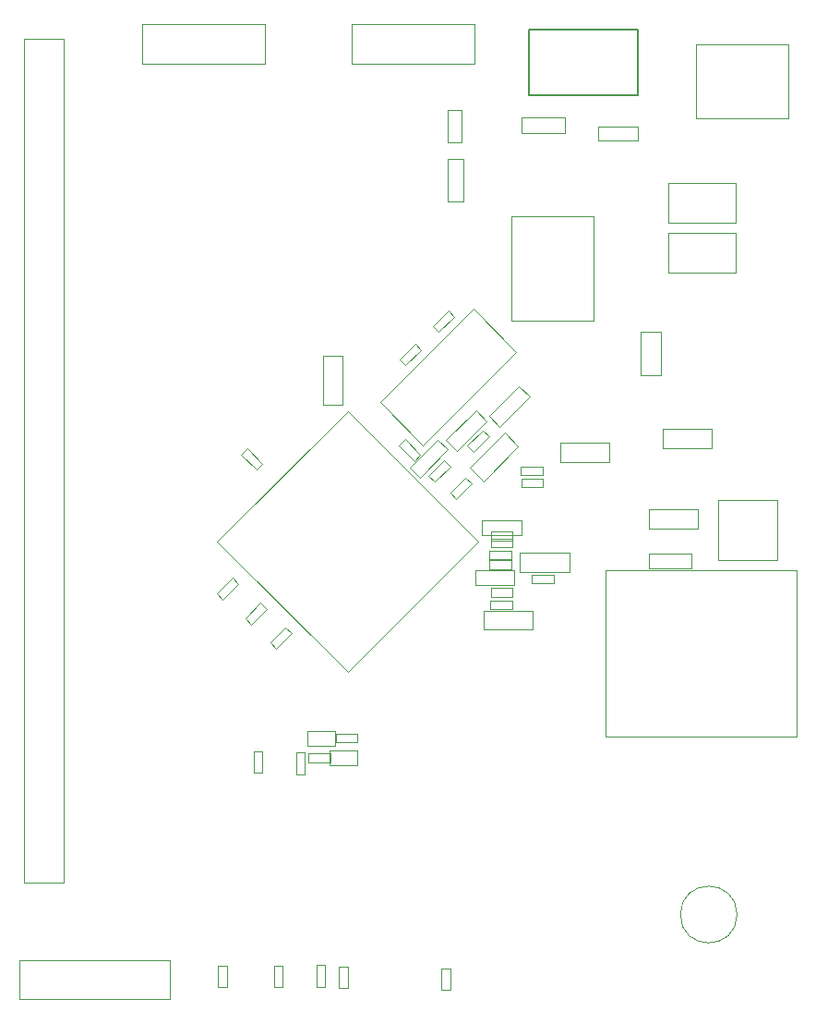
<source format=gbr>
G04 #@! TF.GenerationSoftware,KiCad,Pcbnew,(2017-04-29 revision a92ea8c75)-makepkg*
G04 #@! TF.CreationDate,2017-06-10T12:44:28+05:30*
G04 #@! TF.ProjectId,MyIMX233,4D79494D583233332E6B696361645F70,rev?*
G04 #@! TF.FileFunction,Other,User*
%FSLAX46Y46*%
G04 Gerber Fmt 4.6, Leading zero omitted, Abs format (unit mm)*
G04 Created by KiCad (PCBNEW (2017-04-29 revision a92ea8c75)-makepkg) date 06/10/17 12:44:28*
%MOMM*%
%LPD*%
G01*
G04 APERTURE LIST*
%ADD10C,0.100000*%
%ADD11C,0.050000*%
%ADD12C,0.150000*%
G04 APERTURE END LIST*
D10*
D11*
X132711500Y-133096000D02*
G75*
G03X132711500Y-133096000I-2600000J0D01*
G01*
X107457000Y-59421000D02*
X107457000Y-62321000D01*
X106157000Y-59421000D02*
X107457000Y-59421000D01*
X106157000Y-62321000D02*
X106157000Y-59421000D01*
X107457000Y-62321000D02*
X106157000Y-62321000D01*
X107570500Y-63889500D02*
X107570500Y-67799500D01*
X107570500Y-63889500D02*
X106170500Y-63889500D01*
X106170500Y-67799500D02*
X107570500Y-67799500D01*
X106170500Y-67799500D02*
X106170500Y-63889500D01*
X116885000Y-61469500D02*
X112975000Y-61469500D01*
X116885000Y-61469500D02*
X116885000Y-60069500D01*
X112975000Y-60069500D02*
X112975000Y-61469500D01*
X112975000Y-60069500D02*
X116885000Y-60069500D01*
X88625764Y-92366449D02*
X87211551Y-90952236D01*
X88625764Y-92366449D02*
X89191449Y-91800764D01*
X87777236Y-90386551D02*
X87211551Y-90952236D01*
X87777236Y-90386551D02*
X89191449Y-91800764D01*
X110125000Y-103168500D02*
X112125000Y-103168500D01*
X110125000Y-103168500D02*
X110125000Y-103968500D01*
X112125000Y-103968500D02*
X112125000Y-103168500D01*
X112125000Y-103968500D02*
X110125000Y-103968500D01*
X110061500Y-104311500D02*
X112061500Y-104311500D01*
X110061500Y-104311500D02*
X110061500Y-105111500D01*
X112061500Y-105111500D02*
X112061500Y-104311500D01*
X112061500Y-105111500D02*
X110061500Y-105111500D01*
X95333500Y-118045000D02*
X97833500Y-118045000D01*
X95333500Y-118045000D02*
X95333500Y-119445000D01*
X97833500Y-119445000D02*
X97833500Y-118045000D01*
X97833500Y-119445000D02*
X95333500Y-119445000D01*
X93301500Y-116267000D02*
X95801500Y-116267000D01*
X93301500Y-116267000D02*
X93301500Y-117667000D01*
X95801500Y-117667000D02*
X95801500Y-116267000D01*
X95801500Y-117667000D02*
X93301500Y-117667000D01*
X107968142Y-90157673D02*
X109382355Y-88743460D01*
X107968142Y-90157673D02*
X108533827Y-90723358D01*
X109948040Y-89309145D02*
X109382355Y-88743460D01*
X109948040Y-89309145D02*
X108533827Y-90723358D01*
X108690000Y-101585000D02*
X112290000Y-101585000D01*
X108690000Y-101585000D02*
X108690000Y-102885000D01*
X112290000Y-102885000D02*
X112290000Y-101585000D01*
X112290000Y-102885000D02*
X108690000Y-102885000D01*
X109325000Y-97013000D02*
X112925000Y-97013000D01*
X109325000Y-97013000D02*
X109325000Y-98313000D01*
X112925000Y-98313000D02*
X112925000Y-97013000D01*
X112925000Y-98313000D02*
X109325000Y-98313000D01*
X120014500Y-60881500D02*
X123614500Y-60881500D01*
X120014500Y-60881500D02*
X120014500Y-62181500D01*
X123614500Y-62181500D02*
X123614500Y-60881500D01*
X123614500Y-62181500D02*
X120014500Y-62181500D01*
X106189912Y-90499827D02*
X103644327Y-93045412D01*
X106189912Y-90499827D02*
X105270673Y-89580588D01*
X102725088Y-92126173D02*
X103644327Y-93045412D01*
X102725088Y-92126173D02*
X105270673Y-89580588D01*
X85046145Y-98901250D02*
X96996250Y-110851355D01*
X96996250Y-86951145D02*
X108946355Y-98901250D01*
X108946355Y-98901250D02*
X96996250Y-110851355D01*
X96996250Y-86951145D02*
X85046145Y-98901250D01*
X113871500Y-101962000D02*
X115871500Y-101962000D01*
X113871500Y-101962000D02*
X113871500Y-102762000D01*
X115871500Y-102762000D02*
X115871500Y-101962000D01*
X115871500Y-102762000D02*
X113871500Y-102762000D01*
X110125000Y-98660000D02*
X112125000Y-98660000D01*
X110125000Y-98660000D02*
X110125000Y-99460000D01*
X112125000Y-99460000D02*
X112125000Y-98660000D01*
X112125000Y-99460000D02*
X110125000Y-99460000D01*
X111998000Y-100539500D02*
X109998000Y-100539500D01*
X111998000Y-100539500D02*
X111998000Y-99739500D01*
X109998000Y-99739500D02*
X109998000Y-100539500D01*
X109998000Y-99739500D02*
X111998000Y-99739500D01*
X114855500Y-92856000D02*
X112855500Y-92856000D01*
X114855500Y-92856000D02*
X114855500Y-92056000D01*
X112855500Y-92056000D02*
X112855500Y-92856000D01*
X112855500Y-92056000D02*
X114855500Y-92056000D01*
X130393000Y-90341500D02*
X125893000Y-90341500D01*
X130393000Y-90341500D02*
X130393000Y-88591500D01*
X125893000Y-88591500D02*
X125893000Y-90341500D01*
X125893000Y-88591500D02*
X130393000Y-88591500D01*
X137379500Y-53411000D02*
X128979500Y-53411000D01*
X137379500Y-60161000D02*
X137379500Y-53411000D01*
X128979500Y-60161000D02*
X137379500Y-60161000D01*
X128979500Y-53411000D02*
X128979500Y-60161000D01*
X123827500Y-83704500D02*
X125727500Y-83704500D01*
X125727500Y-83704500D02*
X125727500Y-79704500D01*
X123827500Y-79704500D02*
X125727500Y-79704500D01*
X123827500Y-83704500D02*
X123827500Y-79704500D01*
X106012667Y-89656883D02*
X108777455Y-86892096D01*
X106012667Y-89656883D02*
X107002617Y-90646833D01*
X109767404Y-87882045D02*
X108777455Y-86892096D01*
X109767404Y-87882045D02*
X107002617Y-90646833D01*
X109942596Y-87441455D02*
X112707383Y-84676667D01*
X109942596Y-87441455D02*
X110932545Y-88431404D01*
X113697333Y-85666617D02*
X112707383Y-84676667D01*
X113697333Y-85666617D02*
X110932545Y-88431404D01*
X128505500Y-101411000D02*
X124595500Y-101411000D01*
X128505500Y-101411000D02*
X128505500Y-100011000D01*
X124595500Y-100011000D02*
X124595500Y-101411000D01*
X124595500Y-100011000D02*
X128505500Y-100011000D01*
X124643000Y-95967500D02*
X129143000Y-95967500D01*
X124643000Y-95967500D02*
X124643000Y-97717500D01*
X129143000Y-97717500D02*
X129143000Y-95967500D01*
X129143000Y-97717500D02*
X124643000Y-97717500D01*
D12*
X123588000Y-52061000D02*
X123588000Y-58061000D01*
X123588000Y-58061000D02*
X113588000Y-58061000D01*
X113588000Y-58061000D02*
X113588000Y-52061000D01*
X113588000Y-52061000D02*
X123588000Y-52061000D01*
D11*
X97387000Y-51540000D02*
X97387000Y-55140000D01*
X108587000Y-51540000D02*
X97387000Y-51540000D01*
X108587000Y-55140000D02*
X108587000Y-51540000D01*
X97387000Y-55140000D02*
X108587000Y-55140000D01*
X126406500Y-70653500D02*
X126406500Y-74253500D01*
X132556500Y-70653500D02*
X126406500Y-70653500D01*
X132556500Y-74253500D02*
X132556500Y-70653500D01*
X126406500Y-74253500D02*
X132556500Y-74253500D01*
X114919000Y-93935500D02*
X112919000Y-93935500D01*
X114919000Y-93935500D02*
X114919000Y-93135500D01*
X112919000Y-93135500D02*
X112919000Y-93935500D01*
X112919000Y-93135500D02*
X114919000Y-93135500D01*
X109998000Y-100628500D02*
X111998000Y-100628500D01*
X109998000Y-100628500D02*
X109998000Y-101428500D01*
X111998000Y-101428500D02*
X111998000Y-100628500D01*
X111998000Y-101428500D02*
X109998000Y-101428500D01*
X112125000Y-98825000D02*
X110125000Y-98825000D01*
X112125000Y-98825000D02*
X112125000Y-98025000D01*
X110125000Y-98025000D02*
X110125000Y-98825000D01*
X110125000Y-98025000D02*
X112125000Y-98025000D01*
X116515000Y-89871500D02*
X121015000Y-89871500D01*
X116515000Y-89871500D02*
X116515000Y-91621500D01*
X121015000Y-91621500D02*
X121015000Y-89871500D01*
X121015000Y-91621500D02*
X116515000Y-91621500D01*
X126406500Y-66081500D02*
X126406500Y-69681500D01*
X132556500Y-66081500D02*
X126406500Y-66081500D01*
X132556500Y-69681500D02*
X132556500Y-66081500D01*
X126406500Y-69681500D02*
X132556500Y-69681500D01*
X120629500Y-116833500D02*
X120629500Y-101533500D01*
X120629500Y-101533500D02*
X138159500Y-101533500D01*
X138159500Y-101533500D02*
X138159500Y-116833500D01*
X138159500Y-116833500D02*
X120629500Y-116833500D01*
X67351500Y-130133500D02*
X70951500Y-130133500D01*
X67351500Y-52883500D02*
X67351500Y-130133500D01*
X70951500Y-52883500D02*
X67351500Y-52883500D01*
X70951500Y-130133500D02*
X70951500Y-52883500D01*
X86968949Y-102826736D02*
X85554736Y-104240949D01*
X86968949Y-102826736D02*
X86403264Y-102261051D01*
X84989051Y-103675264D02*
X85554736Y-104240949D01*
X84989051Y-103675264D02*
X86403264Y-102261051D01*
X80667000Y-140865000D02*
X80667000Y-137265000D01*
X66917000Y-140865000D02*
X80667000Y-140865000D01*
X66917000Y-137265000D02*
X66917000Y-140865000D01*
X80667000Y-137265000D02*
X66917000Y-137265000D01*
X104801051Y-79164264D02*
X106215264Y-77750051D01*
X104801051Y-79164264D02*
X105366736Y-79729949D01*
X106780949Y-78315736D02*
X106215264Y-77750051D01*
X106780949Y-78315736D02*
X105366736Y-79729949D01*
X92278250Y-120253000D02*
X92278250Y-118253000D01*
X92278250Y-120253000D02*
X93078250Y-120253000D01*
X93078250Y-118253000D02*
X92278250Y-118253000D01*
X93078250Y-118253000D02*
X93078250Y-120253000D01*
X96215250Y-139842750D02*
X96215250Y-137842750D01*
X96215250Y-139842750D02*
X97015250Y-139842750D01*
X97015250Y-137842750D02*
X96215250Y-137842750D01*
X97015250Y-137842750D02*
X97015250Y-139842750D01*
X106413250Y-138033250D02*
X106413250Y-140033250D01*
X106413250Y-138033250D02*
X105613250Y-138033250D01*
X105613250Y-140033250D02*
X106413250Y-140033250D01*
X105613250Y-140033250D02*
X105613250Y-138033250D01*
X94119750Y-139715750D02*
X94119750Y-137715750D01*
X94119750Y-139715750D02*
X94919750Y-139715750D01*
X94919750Y-137715750D02*
X94119750Y-137715750D01*
X94919750Y-137715750D02*
X94919750Y-139715750D01*
X91046250Y-137779250D02*
X91046250Y-139779250D01*
X91046250Y-137779250D02*
X90246250Y-137779250D01*
X90246250Y-139779250D02*
X91046250Y-139779250D01*
X90246250Y-139779250D02*
X90246250Y-137779250D01*
X97901000Y-117303500D02*
X95901000Y-117303500D01*
X97901000Y-117303500D02*
X97901000Y-116503500D01*
X95901000Y-116503500D02*
X95901000Y-117303500D01*
X95901000Y-116503500D02*
X97901000Y-116503500D01*
X108368449Y-93619236D02*
X106954236Y-95033449D01*
X108368449Y-93619236D02*
X107802764Y-93053551D01*
X106388551Y-94467764D02*
X106954236Y-95033449D01*
X106388551Y-94467764D02*
X107802764Y-93053551D01*
X91858449Y-107335236D02*
X90444236Y-108749449D01*
X91858449Y-107335236D02*
X91292764Y-106769551D01*
X89878551Y-108183764D02*
X90444236Y-108749449D01*
X89878551Y-108183764D02*
X91292764Y-106769551D01*
X87592551Y-105961264D02*
X89006764Y-104547051D01*
X87592551Y-105961264D02*
X88158236Y-106526949D01*
X89572449Y-105112736D02*
X89006764Y-104547051D01*
X89572449Y-105112736D02*
X88158236Y-106526949D01*
X106399949Y-92031736D02*
X104985736Y-93445949D01*
X106399949Y-92031736D02*
X105834264Y-91466051D01*
X104420051Y-92880264D02*
X104985736Y-93445949D01*
X104420051Y-92880264D02*
X105834264Y-91466051D01*
X103103764Y-91540949D02*
X101689551Y-90126736D01*
X103103764Y-91540949D02*
X103669449Y-90975264D01*
X102255236Y-89561051D02*
X101689551Y-90126736D01*
X102255236Y-89561051D02*
X103669449Y-90975264D01*
X103732949Y-81363736D02*
X102318736Y-82777949D01*
X103732949Y-81363736D02*
X103167264Y-80798051D01*
X101753051Y-82212264D02*
X102318736Y-82777949D01*
X101753051Y-82212264D02*
X103167264Y-80798051D01*
X85102750Y-139779250D02*
X85102750Y-137779250D01*
X85102750Y-139779250D02*
X85902750Y-139779250D01*
X85902750Y-137779250D02*
X85102750Y-137779250D01*
X85902750Y-137779250D02*
X85902750Y-139779250D01*
X88373000Y-120126000D02*
X88373000Y-118126000D01*
X88373000Y-120126000D02*
X89173000Y-120126000D01*
X89173000Y-118126000D02*
X88373000Y-118126000D01*
X89173000Y-118126000D02*
X89173000Y-120126000D01*
X95424500Y-119145000D02*
X93424500Y-119145000D01*
X95424500Y-119145000D02*
X95424500Y-118345000D01*
X93424500Y-118345000D02*
X93424500Y-119145000D01*
X93424500Y-118345000D02*
X95424500Y-118345000D01*
X112288000Y-69152500D02*
X119288000Y-69152500D01*
X119538000Y-69402500D02*
X119538000Y-78402500D01*
X119288000Y-78652500D02*
X112288000Y-78652500D01*
X112038000Y-78402500D02*
X112038000Y-69402500D01*
X119538000Y-78652500D02*
X119538000Y-78402500D01*
X119288000Y-78652500D02*
X119538000Y-78652500D01*
X112038000Y-78652500D02*
X112038000Y-78402500D01*
X112288000Y-78652500D02*
X112038000Y-78652500D01*
X112038000Y-69152500D02*
X112288000Y-69152500D01*
X112038000Y-69402500D02*
X112038000Y-69152500D01*
X119538000Y-69152500D02*
X119288000Y-69152500D01*
X119538000Y-69402500D02*
X119538000Y-69152500D01*
X113946500Y-106988500D02*
X109446500Y-106988500D01*
X113946500Y-106988500D02*
X113946500Y-105238500D01*
X109446500Y-105238500D02*
X109446500Y-106988500D01*
X109446500Y-105238500D02*
X113946500Y-105238500D01*
X112639744Y-90217264D02*
X109457764Y-93399244D01*
X112639744Y-90217264D02*
X111402307Y-88979827D01*
X108220327Y-92161807D02*
X109457764Y-93399244D01*
X108220327Y-92161807D02*
X111402307Y-88979827D01*
X117312000Y-101718000D02*
X112812000Y-101718000D01*
X117312000Y-101718000D02*
X117312000Y-99968000D01*
X112812000Y-99968000D02*
X112812000Y-101718000D01*
X112812000Y-99968000D02*
X117312000Y-99968000D01*
X94761000Y-86431000D02*
X94761000Y-81931000D01*
X94761000Y-86431000D02*
X96511000Y-86431000D01*
X96511000Y-81931000D02*
X94761000Y-81931000D01*
X96511000Y-81931000D02*
X96511000Y-86431000D01*
X103919491Y-90095807D02*
X112475483Y-81539815D01*
X99959693Y-86136009D02*
X103919491Y-90095807D01*
X108515685Y-77580017D02*
X99959693Y-86136009D01*
X112475483Y-81539815D02*
X108515685Y-77580017D01*
X130937500Y-100603500D02*
X136387500Y-100603500D01*
X130937500Y-95103500D02*
X130937500Y-100603500D01*
X136387500Y-95103500D02*
X130937500Y-95103500D01*
X136387500Y-100603500D02*
X136387500Y-95103500D01*
X89366500Y-55140000D02*
X89366500Y-51540000D01*
X78166500Y-55140000D02*
X89366500Y-55140000D01*
X78166500Y-51540000D02*
X78166500Y-55140000D01*
X89366500Y-51540000D02*
X78166500Y-51540000D01*
M02*

</source>
